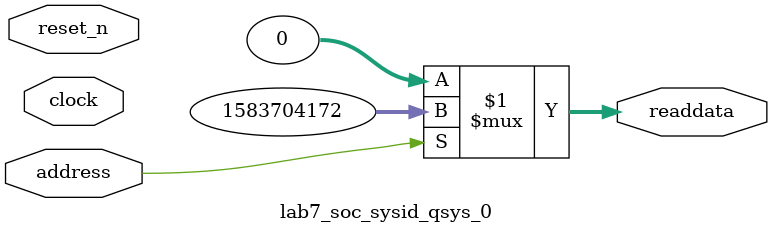
<source format=v>



// synthesis translate_off
`timescale 1ns / 1ps
// synthesis translate_on

// turn off superfluous verilog processor warnings 
// altera message_level Level1 
// altera message_off 10034 10035 10036 10037 10230 10240 10030 

module lab7_soc_sysid_qsys_0 (
               // inputs:
                address,
                clock,
                reset_n,

               // outputs:
                readdata
             )
;

  output  [ 31: 0] readdata;
  input            address;
  input            clock;
  input            reset_n;

  wire    [ 31: 0] readdata;
  //control_slave, which is an e_avalon_slave
  assign readdata = address ? 1583704172 : 0;

endmodule



</source>
